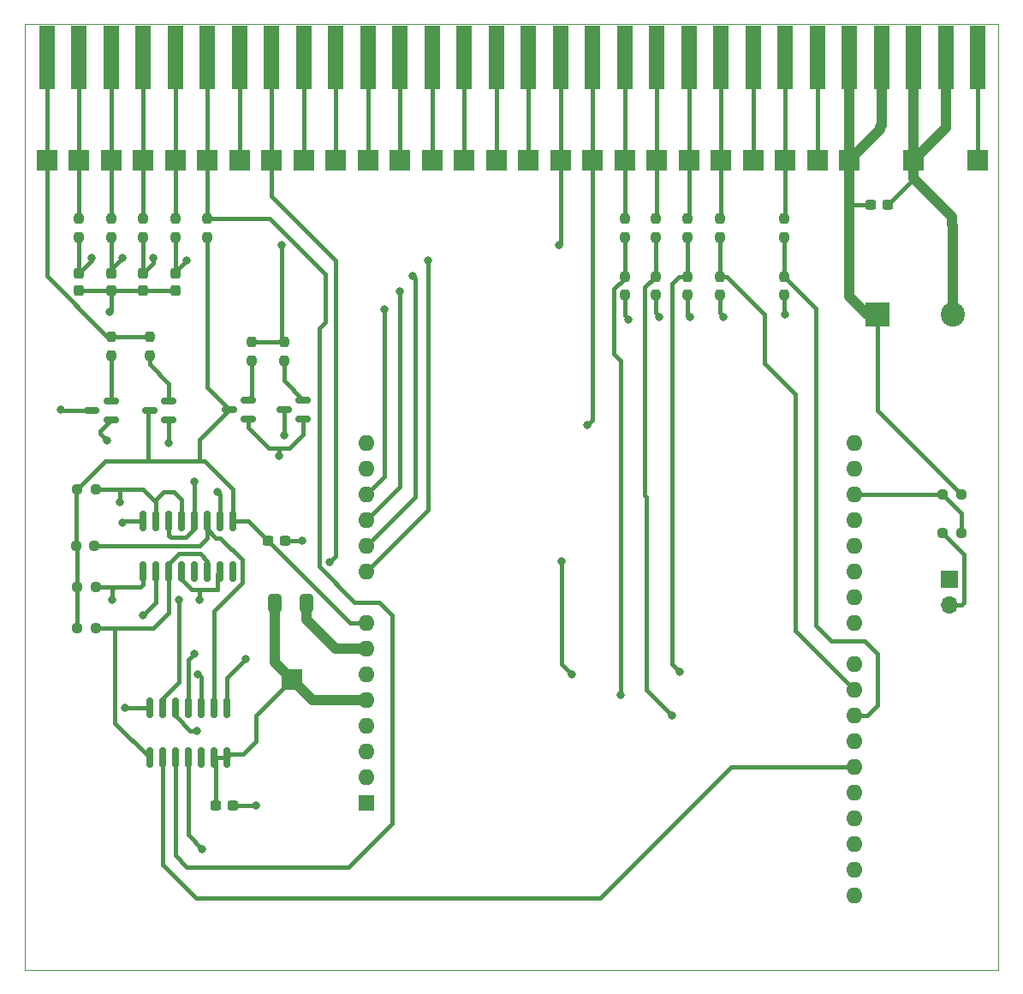
<source format=gbr>
%TF.GenerationSoftware,KiCad,Pcbnew,(7.0.0-0)*%
%TF.CreationDate,2023-07-22T14:03:51-04:00*%
%TF.ProjectId,Rodgers890,526f6467-6572-4733-9839-302e6b696361,rev?*%
%TF.SameCoordinates,Original*%
%TF.FileFunction,Copper,L1,Top*%
%TF.FilePolarity,Positive*%
%FSLAX46Y46*%
G04 Gerber Fmt 4.6, Leading zero omitted, Abs format (unit mm)*
G04 Created by KiCad (PCBNEW (7.0.0-0)) date 2023-07-22 14:03:51*
%MOMM*%
%LPD*%
G01*
G04 APERTURE LIST*
G04 Aperture macros list*
%AMRoundRect*
0 Rectangle with rounded corners*
0 $1 Rounding radius*
0 $2 $3 $4 $5 $6 $7 $8 $9 X,Y pos of 4 corners*
0 Add a 4 corners polygon primitive as box body*
4,1,4,$2,$3,$4,$5,$6,$7,$8,$9,$2,$3,0*
0 Add four circle primitives for the rounded corners*
1,1,$1+$1,$2,$3*
1,1,$1+$1,$4,$5*
1,1,$1+$1,$6,$7*
1,1,$1+$1,$8,$9*
0 Add four rect primitives between the rounded corners*
20,1,$1+$1,$2,$3,$4,$5,0*
20,1,$1+$1,$4,$5,$6,$7,0*
20,1,$1+$1,$6,$7,$8,$9,0*
20,1,$1+$1,$8,$9,$2,$3,0*%
G04 Aperture macros list end*
%TA.AperFunction,ComponentPad*%
%ADD10R,2.000000X2.000000*%
%TD*%
%TA.AperFunction,SMDPad,CuDef*%
%ADD11RoundRect,0.237500X-0.237500X0.250000X-0.237500X-0.250000X0.237500X-0.250000X0.237500X0.250000X0*%
%TD*%
%TA.AperFunction,SMDPad,CuDef*%
%ADD12RoundRect,0.237500X0.237500X-0.250000X0.237500X0.250000X-0.237500X0.250000X-0.237500X-0.250000X0*%
%TD*%
%TA.AperFunction,SMDPad,CuDef*%
%ADD13RoundRect,0.237500X-0.237500X0.300000X-0.237500X-0.300000X0.237500X-0.300000X0.237500X0.300000X0*%
%TD*%
%TA.AperFunction,SMDPad,CuDef*%
%ADD14RoundRect,0.150000X0.587500X0.150000X-0.587500X0.150000X-0.587500X-0.150000X0.587500X-0.150000X0*%
%TD*%
%TA.AperFunction,SMDPad,CuDef*%
%ADD15RoundRect,0.150000X-0.150000X0.825000X-0.150000X-0.825000X0.150000X-0.825000X0.150000X0.825000X0*%
%TD*%
%TA.AperFunction,SMDPad,CuDef*%
%ADD16RoundRect,0.237500X-0.300000X-0.237500X0.300000X-0.237500X0.300000X0.237500X-0.300000X0.237500X0*%
%TD*%
%TA.AperFunction,SMDPad,CuDef*%
%ADD17RoundRect,0.250000X-0.412500X-0.650000X0.412500X-0.650000X0.412500X0.650000X-0.412500X0.650000X0*%
%TD*%
%TA.AperFunction,ConnectorPad*%
%ADD18R,1.600000X6.350000*%
%TD*%
%TA.AperFunction,ComponentPad*%
%ADD19R,1.700000X1.700000*%
%TD*%
%TA.AperFunction,ComponentPad*%
%ADD20O,1.700000X1.700000*%
%TD*%
%TA.AperFunction,SMDPad,CuDef*%
%ADD21RoundRect,0.237500X0.250000X0.237500X-0.250000X0.237500X-0.250000X-0.237500X0.250000X-0.237500X0*%
%TD*%
%TA.AperFunction,ComponentPad*%
%ADD22R,2.400000X2.400000*%
%TD*%
%TA.AperFunction,ComponentPad*%
%ADD23C,2.400000*%
%TD*%
%TA.AperFunction,SMDPad,CuDef*%
%ADD24RoundRect,0.237500X-0.250000X-0.237500X0.250000X-0.237500X0.250000X0.237500X-0.250000X0.237500X0*%
%TD*%
%TA.AperFunction,ComponentPad*%
%ADD25R,1.600000X1.600000*%
%TD*%
%TA.AperFunction,ComponentPad*%
%ADD26O,1.600000X1.600000*%
%TD*%
%TA.AperFunction,ViaPad*%
%ADD27C,0.800000*%
%TD*%
%TA.AperFunction,Conductor*%
%ADD28C,0.400000*%
%TD*%
%TA.AperFunction,Conductor*%
%ADD29C,1.000000*%
%TD*%
%TA.AperFunction,Profile*%
%ADD30C,0.100000*%
%TD*%
G04 APERTURE END LIST*
D10*
%TO.P,TP39,1,1*%
%TO.N,/In0*%
X160654999Y-43179999D03*
%TD*%
D11*
%TO.P,R16,1*%
%TO.N,/OCLK*%
X109855000Y-60645000D03*
%TO.P,R16,2*%
%TO.N,Net-(Q4-E)*%
X109855000Y-62470000D03*
%TD*%
D12*
%TO.P,R9,1*%
%TO.N,GND*%
X166878000Y-56515000D03*
%TO.P,R9,2*%
%TO.N,/In1_cpu*%
X166878000Y-54690000D03*
%TD*%
D10*
%TO.P,TP25,1,1*%
%TO.N,/AD0*%
X116204999Y-43179999D03*
%TD*%
D13*
%TO.P,C4,1*%
%TO.N,/AD3_cpu*%
X106680000Y-54382500D03*
%TO.P,C4,2*%
%TO.N,GND*%
X106680000Y-56107500D03*
%TD*%
D10*
%TO.P,TP26,1,1*%
%TO.N,/S0*%
X119379999Y-43179999D03*
%TD*%
D12*
%TO.P,R20,1*%
%TO.N,/AD0_cpu*%
X116205000Y-50800000D03*
%TO.P,R20,2*%
%TO.N,/AD0*%
X116205000Y-48975000D03*
%TD*%
D14*
%TO.P,Q1,1,B*%
%TO.N,Net-(Q1-B)*%
X123444000Y-68768000D03*
%TO.P,Q1,2,E*%
%TO.N,Net-(Q1-E)*%
X123444000Y-66868000D03*
%TO.P,Q1,3,C*%
%TO.N,+12V*%
X121569000Y-67818000D03*
%TD*%
D10*
%TO.P,TP34,1,1*%
%TO.N,/S3*%
X144779999Y-43179999D03*
%TD*%
D11*
%TO.P,R5,1*%
%TO.N,/In3*%
X170053000Y-48975000D03*
%TO.P,R5,2*%
%TO.N,/In3_cpu*%
X170053000Y-50800000D03*
%TD*%
D10*
%TO.P,TP27,1,1*%
%TO.N,/S6*%
X122554999Y-43179999D03*
%TD*%
D11*
%TO.P,R11,1*%
%TO.N,/ICLK*%
X123795000Y-61153000D03*
%TO.P,R11,2*%
%TO.N,Net-(Q1-E)*%
X123795000Y-62978000D03*
%TD*%
D10*
%TO.P,TP41,1,1*%
%TO.N,/In1*%
X167004999Y-43179999D03*
%TD*%
D11*
%TO.P,R6,1*%
%TO.N,/In4*%
X176403000Y-48975000D03*
%TO.P,R6,2*%
%TO.N,/In4_cpu*%
X176403000Y-50800000D03*
%TD*%
D10*
%TO.P,TP38,1,1*%
%TO.N,/ISTB*%
X157479999Y-43179999D03*
%TD*%
D15*
%TO.P,U2,1,VCC*%
%TO.N,+12V*%
X121920000Y-78870000D03*
%TO.P,U2,2*%
%TO.N,Net-(Q1-B)*%
X120650000Y-78870000D03*
%TO.P,U2,3*%
%TO.N,Net-(R18-Pad1)*%
X119380000Y-78870000D03*
%TO.P,U2,4*%
%TO.N,/ISTB*%
X118110000Y-78870000D03*
%TO.P,U2,5*%
%TO.N,Net-(R13-Pad1)*%
X116840000Y-78870000D03*
%TO.P,U2,6*%
%TO.N,/ISTB*%
X115570000Y-78870000D03*
%TO.P,U2,7*%
%TO.N,Net-(R13-Pad1)*%
X114300000Y-78870000D03*
%TO.P,U2,8,VSS*%
%TO.N,GND*%
X113030000Y-78870000D03*
%TO.P,U2,9*%
%TO.N,Net-(R19-Pad1)*%
X113030000Y-83820000D03*
%TO.P,U2,10*%
%TO.N,Net-(Q3-B)*%
X114300000Y-83820000D03*
%TO.P,U2,11*%
%TO.N,Net-(R17-Pad1)*%
X115570000Y-83820000D03*
%TO.P,U2,12*%
%TO.N,/OSTB*%
X116840000Y-83820000D03*
%TO.P,U2,13*%
%TO.N,N/C*%
X118110000Y-83820000D03*
%TO.P,U2,14*%
%TO.N,Net-(R17-Pad1)*%
X119380000Y-83820000D03*
%TO.P,U2,15*%
%TO.N,/OSTB*%
X120650000Y-83820000D03*
%TO.P,U2,16*%
%TO.N,N/C*%
X121920000Y-83820000D03*
%TD*%
D10*
%TO.P,TP36,1,1*%
%TO.N,/In7*%
X151129999Y-43179999D03*
%TD*%
D12*
%TO.P,R22,1*%
%TO.N,/AD2_cpu*%
X109855000Y-50800000D03*
%TO.P,R22,2*%
%TO.N,/AD2*%
X109855000Y-48975000D03*
%TD*%
D10*
%TO.P,TP37,1,1*%
%TO.N,/ICLK*%
X154304999Y-43179999D03*
%TD*%
D11*
%TO.P,R12,1*%
%TO.N,/ICLK*%
X126970000Y-61153000D03*
%TO.P,R12,2*%
%TO.N,Net-(Q2-E)*%
X126970000Y-62978000D03*
%TD*%
D10*
%TO.P,TP50,1,1*%
%TO.N,/Vchg*%
X195579999Y-43179999D03*
%TD*%
%TO.P,TP28,1,1*%
%TO.N,/OSTB*%
X125729999Y-43179999D03*
%TD*%
D16*
%TO.P,C9,1*%
%TO.N,+12V*%
X125375500Y-80772000D03*
%TO.P,C9,2*%
%TO.N,GND*%
X127100500Y-80772000D03*
%TD*%
D11*
%TO.P,R15,1*%
%TO.N,/OCLK*%
X113665000Y-60645000D03*
%TO.P,R15,2*%
%TO.N,Net-(Q3-E)*%
X113665000Y-62470000D03*
%TD*%
D12*
%TO.P,R14,1*%
%TO.N,GND*%
X176403000Y-56515000D03*
%TO.P,R14,2*%
%TO.N,/In4_cpu*%
X176403000Y-54690000D03*
%TD*%
D10*
%TO.P,TP33,1,1*%
%TO.N,/S2*%
X141604999Y-43179999D03*
%TD*%
D13*
%TO.P,C2,1*%
%TO.N,/AD1_cpu*%
X113030000Y-54382500D03*
%TO.P,C2,2*%
%TO.N,GND*%
X113030000Y-56107500D03*
%TD*%
D10*
%TO.P,TP21,1,1*%
%TO.N,/OCLK*%
X103504999Y-43179999D03*
%TD*%
D12*
%TO.P,R8,1*%
%TO.N,GND*%
X163703000Y-56515000D03*
%TO.P,R8,2*%
%TO.N,/In2_cpu*%
X163703000Y-54690000D03*
%TD*%
D10*
%TO.P,TP30,1,1*%
%TO.N,/S5*%
X132079999Y-43179999D03*
%TD*%
%TO.P,TP31,1,1*%
%TO.N,/S1*%
X135254999Y-43179999D03*
%TD*%
%TO.P,TP46,1,1*%
%TO.N,+12V*%
X182879999Y-43179999D03*
%TD*%
D12*
%TO.P,R7,1*%
%TO.N,GND*%
X160655000Y-56515000D03*
%TO.P,R7,2*%
%TO.N,/In0_cpu*%
X160655000Y-54690000D03*
%TD*%
%TO.P,R23,1*%
%TO.N,/AD3_cpu*%
X106680000Y-50800000D03*
%TO.P,R23,2*%
%TO.N,/AD3*%
X106680000Y-48975000D03*
%TD*%
D13*
%TO.P,C1,1*%
%TO.N,/AD0_cpu*%
X116205000Y-54382500D03*
%TO.P,C1,2*%
%TO.N,GND*%
X116205000Y-56107500D03*
%TD*%
D17*
%TO.P,C7,1*%
%TO.N,+5V*%
X126072500Y-86995000D03*
%TO.P,C7,2*%
%TO.N,GND*%
X129197500Y-86995000D03*
%TD*%
D10*
%TO.P,TP22,1,1*%
%TO.N,/AD3*%
X106679999Y-43179999D03*
%TD*%
%TO.P,TP44,1,1*%
%TO.N,/In4*%
X176529999Y-43179999D03*
%TD*%
D14*
%TO.P,Q4,1,B*%
%TO.N,Net-(Q3-B)*%
X109855000Y-68895000D03*
%TO.P,Q4,2,E*%
%TO.N,Net-(Q4-E)*%
X109855000Y-66995000D03*
%TO.P,Q4,3,C*%
%TO.N,GND*%
X107980000Y-67945000D03*
%TD*%
D12*
%TO.P,R10,1*%
%TO.N,GND*%
X170053000Y-56515000D03*
%TO.P,R10,2*%
%TO.N,/In3_cpu*%
X170053000Y-54690000D03*
%TD*%
D10*
%TO.P,TP29,1,1*%
%TO.N,/S7*%
X128904999Y-43179999D03*
%TD*%
D11*
%TO.P,R4,1*%
%TO.N,/In1*%
X166878000Y-48975000D03*
%TO.P,R4,2*%
%TO.N,/In1_cpu*%
X166878000Y-50800000D03*
%TD*%
D18*
%TO.P,J1,21,Pin_21*%
%TO.N,/OCLK*%
X103504999Y-33019999D03*
%TO.P,J1,22,Pin_22*%
%TO.N,/AD3*%
X106679999Y-33019999D03*
%TO.P,J1,23,Pin_23*%
%TO.N,/AD2*%
X109854999Y-33019999D03*
%TO.P,J1,24,Pin_24*%
%TO.N,/AD1*%
X113029999Y-33019999D03*
%TO.P,J1,25,Pin_25*%
%TO.N,/AD0*%
X116204999Y-33019999D03*
%TO.P,J1,26,Pin_26*%
%TO.N,/S0*%
X119379999Y-33019999D03*
%TO.P,J1,27,Pin_27*%
%TO.N,/S6*%
X122554999Y-33019999D03*
%TO.P,J1,28,Pin_28*%
%TO.N,/OSTB*%
X125729999Y-33019999D03*
%TO.P,J1,29,Pin_29*%
%TO.N,/S7*%
X128904999Y-33019999D03*
%TO.P,J1,30,Pin_30*%
%TO.N,/S5*%
X132079999Y-33019999D03*
%TO.P,J1,31,Pin_31*%
%TO.N,/S1*%
X135254999Y-33019999D03*
%TO.P,J1,32,Pin_32*%
%TO.N,/S4*%
X138429999Y-33019999D03*
%TO.P,J1,33,Pin_33*%
%TO.N,/S2*%
X141604999Y-33019999D03*
%TO.P,J1,34,Pin_34*%
%TO.N,/S3*%
X144779999Y-33019999D03*
%TO.P,J1,35,Pin_35*%
%TO.N,/PwrUD*%
X147954999Y-33019999D03*
%TO.P,J1,36,Pin_36*%
%TO.N,/In7*%
X151129999Y-33019999D03*
%TO.P,J1,37,Pin_37*%
%TO.N,/ICLK*%
X154304999Y-33019999D03*
%TO.P,J1,38,Pin_38*%
%TO.N,/ISTB*%
X157479999Y-33019999D03*
%TO.P,J1,39,Pin_39*%
%TO.N,/In0*%
X160654999Y-33019999D03*
%TO.P,J1,40,Pin_40*%
%TO.N,/In2*%
X163829999Y-33019999D03*
%TO.P,J1,41,Pin_41*%
%TO.N,/In1*%
X167004999Y-33019999D03*
%TO.P,J1,42,Pin_42*%
%TO.N,/In3*%
X170179999Y-33019999D03*
%TO.P,J1,43,Pin_43*%
%TO.N,/In6*%
X173354999Y-33019999D03*
%TO.P,J1,44,Pin_44*%
%TO.N,/In4*%
X176529999Y-33019999D03*
%TO.P,J1,45,Pin_45*%
%TO.N,/In5*%
X179704999Y-33019999D03*
%TO.P,J1,46,Pin_46*%
%TO.N,+12V*%
X182879999Y-33019999D03*
%TO.P,J1,47,Pin_47*%
X186054999Y-33019999D03*
%TO.P,J1,48,Pin_48*%
%TO.N,GND*%
X189229999Y-33019999D03*
%TO.P,J1,49,Pin_49*%
X192404999Y-33019999D03*
%TO.P,J1,50,Pin_50*%
%TO.N,/Vchg*%
X195579999Y-33019999D03*
%TD*%
D14*
%TO.P,Q3,1,B*%
%TO.N,Net-(Q3-B)*%
X115570000Y-68895000D03*
%TO.P,Q3,2,E*%
%TO.N,Net-(Q3-E)*%
X115570000Y-66995000D03*
%TO.P,Q3,3,C*%
%TO.N,+12V*%
X113695000Y-67945000D03*
%TD*%
D19*
%TO.P,J2,1,Pin_1*%
%TO.N,Net-(A1-D3{slash}SCL)*%
X192785999Y-84576999D03*
D20*
%TO.P,J2,2,Pin_2*%
%TO.N,GND*%
X192785999Y-87116999D03*
%TD*%
D10*
%TO.P,TP45,1,1*%
%TO.N,/In5*%
X179704999Y-43179999D03*
%TD*%
%TO.P,TP23,1,1*%
%TO.N,/AD2*%
X109854999Y-43179999D03*
%TD*%
D21*
%TO.P,R13,1*%
%TO.N,Net-(R13-Pad1)*%
X108354500Y-75692000D03*
%TO.P,R13,2*%
%TO.N,+12V*%
X106529500Y-75692000D03*
%TD*%
D22*
%TO.P,C5,1*%
%TO.N,+12V*%
X185656040Y-58419999D03*
D23*
%TO.P,C5,2*%
%TO.N,GND*%
X193156041Y-58420000D03*
%TD*%
D10*
%TO.P,TP40,1,1*%
%TO.N,/In2*%
X163829999Y-43179999D03*
%TD*%
%TO.P,TP24,1,1*%
%TO.N,/AD1*%
X113029999Y-43179999D03*
%TD*%
D21*
%TO.P,R19,1*%
%TO.N,Net-(R19-Pad1)*%
X108354500Y-85344000D03*
%TO.P,R19,2*%
%TO.N,+12V*%
X106529500Y-85344000D03*
%TD*%
D10*
%TO.P,TP35,1,1*%
%TO.N,/PwrUD*%
X147954999Y-43179999D03*
%TD*%
D11*
%TO.P,R1,1*%
%TO.N,/S0*%
X119380000Y-48975000D03*
%TO.P,R1,2*%
%TO.N,+12V*%
X119380000Y-50800000D03*
%TD*%
D10*
%TO.P,TP43,1,1*%
%TO.N,/In6*%
X173354999Y-43179999D03*
%TD*%
%TO.P,TP48,1,1*%
%TO.N,GND*%
X189229999Y-43179999D03*
%TD*%
%TO.P,TP42,1,1*%
%TO.N,/In3*%
X170179999Y-43179999D03*
%TD*%
%TO.P,TP32,1,1*%
%TO.N,/S4*%
X138429999Y-43179999D03*
%TD*%
D21*
%TO.P,R18,1*%
%TO.N,Net-(R18-Pad1)*%
X108227500Y-81280000D03*
%TO.P,R18,2*%
%TO.N,+12V*%
X106402500Y-81280000D03*
%TD*%
%TO.P,R17,1*%
%TO.N,Net-(R17-Pad1)*%
X108354500Y-89408000D03*
%TO.P,R17,2*%
%TO.N,+12V*%
X106529500Y-89408000D03*
%TD*%
D24*
%TO.P,R24,1*%
%TO.N,Net-(A1-D2{slash}SDA)*%
X192127500Y-76230000D03*
%TO.P,R24,2*%
%TO.N,+12V*%
X193952500Y-76230000D03*
%TD*%
D10*
%TO.P,TP1,1,1*%
%TO.N,+5V*%
X127761999Y-94487999D03*
%TD*%
D24*
%TO.P,R25,1*%
%TO.N,GND*%
X192127500Y-80010000D03*
%TO.P,R25,2*%
%TO.N,Net-(A1-D2{slash}SDA)*%
X193952500Y-80010000D03*
%TD*%
D11*
%TO.P,R2,1*%
%TO.N,/In0*%
X160655000Y-48975000D03*
%TO.P,R2,2*%
%TO.N,/In0_cpu*%
X160655000Y-50800000D03*
%TD*%
D12*
%TO.P,R21,1*%
%TO.N,/AD1_cpu*%
X113030000Y-50800000D03*
%TO.P,R21,2*%
%TO.N,/AD1*%
X113030000Y-48975000D03*
%TD*%
D14*
%TO.P,Q2,1,B*%
%TO.N,Net-(Q1-B)*%
X128875000Y-68768000D03*
%TO.P,Q2,2,E*%
%TO.N,Net-(Q2-E)*%
X128875000Y-66868000D03*
%TO.P,Q2,3,C*%
%TO.N,GND*%
X127000000Y-67818000D03*
%TD*%
D11*
%TO.P,R3,1*%
%TO.N,/In2*%
X163703000Y-48975000D03*
%TO.P,R3,2*%
%TO.N,/In2_cpu*%
X163703000Y-50800000D03*
%TD*%
D16*
%TO.P,C6,1*%
%TO.N,+12V*%
X184965000Y-47625000D03*
%TO.P,C6,2*%
%TO.N,GND*%
X186690000Y-47625000D03*
%TD*%
D25*
%TO.P,A1,1,NC*%
%TO.N,unconnected-(A1-NC-Pad1)*%
X135127999Y-106679999D03*
D26*
%TO.P,A1,2,IOREF*%
%TO.N,unconnected-(A1-IOREF-Pad2)*%
X135127999Y-104139999D03*
%TO.P,A1,3,~{RESET}*%
%TO.N,unconnected-(A1-~{RESET}-Pad3)*%
X135127999Y-101599999D03*
%TO.P,A1,4,3V3*%
%TO.N,unconnected-(A1-3V3-Pad4)*%
X135127999Y-99059999D03*
%TO.P,A1,5,+5V*%
%TO.N,+5V*%
X135127999Y-96519999D03*
%TO.P,A1,6,GND*%
%TO.N,GND*%
X135127999Y-93979999D03*
%TO.P,A1,7,GND*%
X135127999Y-91439999D03*
%TO.P,A1,8,VIN*%
%TO.N,+12V*%
X135127999Y-88899999D03*
%TO.P,A1,9,A0*%
%TO.N,/AD0_cpu*%
X135127999Y-83819999D03*
%TO.P,A1,10,A1*%
%TO.N,/AD1_cpu*%
X135127999Y-81279999D03*
%TO.P,A1,11,A2*%
%TO.N,/AD2_cpu*%
X135127999Y-78739999D03*
%TO.P,A1,12,A3*%
%TO.N,/AD3_cpu*%
X135127999Y-76199999D03*
%TO.P,A1,13,A4*%
%TO.N,unconnected-(A1-A4-Pad13)*%
X135127999Y-73659999D03*
%TO.P,A1,14,A5*%
%TO.N,unconnected-(A1-A5-Pad14)*%
X135127999Y-71119999D03*
%TO.P,A1,15,D0/RX*%
%TO.N,unconnected-(A1-D0{slash}RX-Pad15)*%
X183387999Y-71119999D03*
%TO.P,A1,16,D1/TX*%
%TO.N,unconnected-(A1-D1{slash}TX-Pad16)*%
X183387999Y-73659999D03*
%TO.P,A1,17,D2/SDA*%
%TO.N,Net-(A1-D2{slash}SDA)*%
X183387999Y-76199999D03*
%TO.P,A1,18,D3/SCL*%
%TO.N,Net-(A1-D3{slash}SCL)*%
X183387999Y-78739999D03*
%TO.P,A1,19,D4*%
%TO.N,/ICLK_cpu*%
X183387999Y-81279999D03*
%TO.P,A1,20,D5*%
%TO.N,/ISTB_cpu*%
X183387999Y-83819999D03*
%TO.P,A1,21,D6*%
%TO.N,/In0_cpu*%
X183387999Y-86359999D03*
%TO.P,A1,22,D7*%
%TO.N,/In1_cpu*%
X183387999Y-88899999D03*
%TO.P,A1,23,D8*%
%TO.N,/In2_cpu*%
X183387999Y-92959999D03*
%TO.P,A1,24,D9*%
%TO.N,/In3_cpu*%
X183387999Y-95499999D03*
%TO.P,A1,25,D10*%
%TO.N,/In4_cpu*%
X183387999Y-98039999D03*
%TO.P,A1,26,D11*%
%TO.N,/OCLK_cpu*%
X183387999Y-100579999D03*
%TO.P,A1,27,D12*%
%TO.N,/OSTB_cpu*%
X183387999Y-103119999D03*
%TO.P,A1,28,D13*%
%TO.N,/S0_cpu*%
X183387999Y-105659999D03*
%TO.P,A1,29,GND*%
%TO.N,GND*%
X183387999Y-108199999D03*
%TO.P,A1,30,AREF*%
%TO.N,unconnected-(A1-AREF-Pad30)*%
X183387999Y-110739999D03*
%TO.P,A1,31,SDA/D2*%
%TO.N,unconnected-(A1-SDA{slash}D2-Pad31)*%
X183387999Y-113279999D03*
%TO.P,A1,32,SCL/D3*%
%TO.N,unconnected-(A1-SCL{slash}D3-Pad32)*%
X183387999Y-115819999D03*
%TD*%
D13*
%TO.P,C3,1*%
%TO.N,/AD2_cpu*%
X109855000Y-54382500D03*
%TO.P,C3,2*%
%TO.N,GND*%
X109855000Y-56107500D03*
%TD*%
D15*
%TO.P,U1,1*%
%TO.N,/ICLK_cpu*%
X121285000Y-97285000D03*
%TO.P,U1,2*%
%TO.N,Net-(R18-Pad1)*%
X120015000Y-97285000D03*
%TO.P,U1,3*%
%TO.N,/ISTB_cpu*%
X118745000Y-97285000D03*
%TO.P,U1,4*%
%TO.N,Net-(R13-Pad1)*%
X117475000Y-97285000D03*
%TO.P,U1,5*%
%TO.N,/OCLK_cpu*%
X116205000Y-97285000D03*
%TO.P,U1,6*%
%TO.N,Net-(R19-Pad1)*%
X114935000Y-97285000D03*
%TO.P,U1,7,GND*%
%TO.N,GND*%
X113665000Y-97285000D03*
%TO.P,U1,8*%
%TO.N,Net-(R17-Pad1)*%
X113665000Y-102235000D03*
%TO.P,U1,9*%
%TO.N,/OSTB_cpu*%
X114935000Y-102235000D03*
%TO.P,U1,10*%
%TO.N,/S0*%
X116205000Y-102235000D03*
%TO.P,U1,11*%
%TO.N,/S0_cpu*%
X117475000Y-102235000D03*
%TO.P,U1,12*%
%TO.N,unconnected-(U1-Pad12)*%
X118745000Y-102235000D03*
%TO.P,U1,13*%
%TO.N,+5V*%
X120015000Y-102235000D03*
%TO.P,U1,14,VCC*%
X121285000Y-102235000D03*
%TD*%
D16*
%TO.P,C8,1*%
%TO.N,+5V*%
X120195000Y-106934000D03*
%TO.P,C8,2*%
%TO.N,GND*%
X121920000Y-106934000D03*
%TD*%
D27*
%TO.N,GND*%
X110998000Y-78994000D03*
X164084000Y-58674000D03*
X104902000Y-67818000D03*
X161036000Y-58928000D03*
X111252000Y-97282000D03*
X176530000Y-58420000D03*
X109728000Y-58166000D03*
X170434000Y-58674000D03*
X127000000Y-70358000D03*
X124206000Y-106934000D03*
X128778000Y-80772000D03*
X167132000Y-58674000D03*
%TO.N,/AD0_cpu*%
X141224000Y-53086000D03*
X117348000Y-53086000D03*
%TO.N,/AD1_cpu*%
X114046000Y-52832000D03*
X139700000Y-54610000D03*
%TO.N,/AD2_cpu*%
X110998000Y-52832000D03*
X138430000Y-56134000D03*
%TO.N,/AD3_cpu*%
X136906000Y-57912000D03*
X107950000Y-52832000D03*
%TO.N,/ICLK_cpu*%
X123190000Y-92456000D03*
%TO.N,/ISTB_cpu*%
X154432000Y-82804000D03*
X155448000Y-93980000D03*
X118474500Y-93980000D03*
%TO.N,/In0_cpu*%
X160274000Y-96012000D03*
%TO.N,/In1_cpu*%
X166116000Y-93726000D03*
%TO.N,/In2_cpu*%
X165354000Y-98044000D03*
%TO.N,/OCLK_cpu*%
X118364000Y-99568000D03*
%TO.N,/S0_cpu*%
X118872000Y-111252000D03*
%TO.N,/OSTB*%
X131445000Y-82931000D03*
X118618000Y-86614000D03*
%TO.N,/ICLK*%
X154178000Y-51562000D03*
X126746000Y-51562000D03*
%TO.N,/ISTB*%
X156972000Y-69342000D03*
X118110000Y-74930000D03*
%TO.N,Net-(Q1-B)*%
X126492000Y-72390000D03*
X120396000Y-75946000D03*
%TO.N,Net-(Q3-B)*%
X113030000Y-88138000D03*
X115570000Y-71120000D03*
X109474000Y-70866000D03*
%TO.N,Net-(R13-Pad1)*%
X110744000Y-76962000D03*
X118110000Y-91948000D03*
%TO.N,Net-(R19-Pad1)*%
X109982000Y-86614000D03*
X116569500Y-86614000D03*
%TD*%
D28*
%TO.N,GND*%
X113665000Y-97285000D02*
X111255000Y-97285000D01*
X194236000Y-82118500D02*
X194236000Y-86869081D01*
D29*
X193040000Y-49530000D02*
X193156041Y-49646041D01*
D28*
X127000000Y-67818000D02*
X127000000Y-70358000D01*
X109855000Y-58039000D02*
X109728000Y-58166000D01*
X160655000Y-58547000D02*
X161036000Y-58928000D01*
X109855000Y-56107500D02*
X113030000Y-56107500D01*
X176403000Y-56515000D02*
X176403000Y-58293000D01*
X163703000Y-56515000D02*
X163703000Y-58293000D01*
X194236000Y-86869081D02*
X193988081Y-87117000D01*
X189230000Y-45085000D02*
X189230000Y-43180000D01*
X166878000Y-58420000D02*
X167132000Y-58674000D01*
D29*
X193040000Y-48768000D02*
X189230000Y-44958000D01*
D28*
X113030000Y-78870000D02*
X111122000Y-78870000D01*
X170053000Y-58293000D02*
X170434000Y-58674000D01*
X166878000Y-56515000D02*
X166878000Y-58420000D01*
X160655000Y-56515000D02*
X160655000Y-58547000D01*
X111122000Y-78870000D02*
X110998000Y-78994000D01*
X113030000Y-56107500D02*
X116205000Y-56107500D01*
X109855000Y-56107500D02*
X109855000Y-58039000D01*
D29*
X189230000Y-33020000D02*
X189230000Y-43180000D01*
D28*
X193988081Y-87117000D02*
X192786000Y-87117000D01*
D29*
X129197500Y-86995000D02*
X129197500Y-88557500D01*
D28*
X186690000Y-47625000D02*
X189230000Y-45085000D01*
X163703000Y-58293000D02*
X164084000Y-58674000D01*
X105029000Y-67945000D02*
X104902000Y-67818000D01*
D29*
X193156041Y-49646041D02*
X193156041Y-58420000D01*
D28*
X107980000Y-67945000D02*
X105029000Y-67945000D01*
X127100500Y-80772000D02*
X128778000Y-80772000D01*
X111255000Y-97285000D02*
X111252000Y-97282000D01*
D29*
X132080000Y-91440000D02*
X135128000Y-91440000D01*
D28*
X170053000Y-56515000D02*
X170053000Y-58293000D01*
D29*
X193040000Y-48768000D02*
X193040000Y-49530000D01*
X129197500Y-88557500D02*
X132080000Y-91440000D01*
X192405000Y-33020000D02*
X192405000Y-40005000D01*
D28*
X192127500Y-80010000D02*
X194236000Y-82118500D01*
X106680000Y-56107500D02*
X109855000Y-56107500D01*
D29*
X189230000Y-44958000D02*
X189230000Y-43180000D01*
X192405000Y-40005000D02*
X189230000Y-43180000D01*
D28*
X176403000Y-58293000D02*
X176530000Y-58420000D01*
X121920000Y-106934000D02*
X124206000Y-106934000D01*
%TO.N,/AD0_cpu*%
X141224000Y-53086000D02*
X141224000Y-77724000D01*
X141224000Y-77724000D02*
X135128000Y-83820000D01*
X116205000Y-54382500D02*
X116205000Y-54229000D01*
X116205000Y-54229000D02*
X117348000Y-53086000D01*
X116205000Y-50800000D02*
X116205000Y-54382500D01*
%TO.N,/AD1_cpu*%
X113030000Y-50800000D02*
X113030000Y-54382500D01*
X114046000Y-52832000D02*
X114046000Y-53366500D01*
X114046000Y-53366500D02*
X113030000Y-54382500D01*
X139954000Y-76454000D02*
X139954000Y-70358000D01*
X139954000Y-54864000D02*
X139700000Y-54610000D01*
X135128000Y-81280000D02*
X139954000Y-76454000D01*
X139954000Y-70358000D02*
X139954000Y-54864000D01*
%TO.N,/AD2_cpu*%
X109855000Y-54382500D02*
X109855000Y-53975000D01*
X138430000Y-56134000D02*
X138430000Y-75438000D01*
X138430000Y-75438000D02*
X135128000Y-78740000D01*
X109855000Y-53975000D02*
X110998000Y-52832000D01*
X109855000Y-50800000D02*
X109855000Y-54382500D01*
%TO.N,/AD3_cpu*%
X135128000Y-76200000D02*
X136906000Y-74422000D01*
X136906000Y-74422000D02*
X136906000Y-57912000D01*
X107950000Y-52832000D02*
X107950000Y-53112500D01*
X106680000Y-50800000D02*
X106680000Y-54382500D01*
X107950000Y-53112500D02*
X106680000Y-54382500D01*
%TO.N,/ICLK_cpu*%
X121285000Y-97285000D02*
X121285000Y-94361000D01*
X121285000Y-94361000D02*
X123190000Y-92456000D01*
%TO.N,/ISTB_cpu*%
X118745000Y-94250500D02*
X118474500Y-93980000D01*
X118745000Y-97285000D02*
X118745000Y-94250500D01*
X154432000Y-82804000D02*
X154432000Y-92964000D01*
X154432000Y-92964000D02*
X155448000Y-93980000D01*
%TO.N,/In0_cpu*%
X159580000Y-55918096D02*
X159580000Y-62298000D01*
X160274000Y-62992000D02*
X160274000Y-96012000D01*
X160655000Y-50800000D02*
X160655000Y-54690000D01*
X160655000Y-54843096D02*
X159580000Y-55918096D01*
X159580000Y-62298000D02*
X160274000Y-62992000D01*
X160655000Y-54690000D02*
X160655000Y-54843096D01*
%TO.N,/In1_cpu*%
X166878000Y-50800000D02*
X166878000Y-54690000D01*
X166036000Y-54690000D02*
X165354000Y-55372000D01*
X165354000Y-60452000D02*
X165354000Y-92964000D01*
X165354000Y-55372000D02*
X165354000Y-60452000D01*
X165354000Y-92964000D02*
X166116000Y-93726000D01*
X166878000Y-54690000D02*
X166036000Y-54690000D01*
%TO.N,/In2_cpu*%
X162628000Y-55765000D02*
X162628000Y-76268000D01*
X162814000Y-95504000D02*
X165354000Y-98044000D01*
X163703000Y-54690000D02*
X162628000Y-55765000D01*
X162814000Y-76454000D02*
X162814000Y-95504000D01*
X162628000Y-76268000D02*
X162814000Y-76454000D01*
X163703000Y-50800000D02*
X163703000Y-54690000D01*
%TO.N,/In3_cpu*%
X170053000Y-54690000D02*
X170768000Y-54690000D01*
X174498000Y-58420000D02*
X174498000Y-63246000D01*
X179074000Y-91186000D02*
X183388000Y-95500000D01*
X170768000Y-54690000D02*
X174498000Y-58420000D01*
X170053000Y-50800000D02*
X170053000Y-54690000D01*
X177546000Y-89662000D02*
X179070000Y-91186000D01*
X174498000Y-63246000D02*
X177546000Y-66294000D01*
X177546000Y-66294000D02*
X177546000Y-89662000D01*
X179070000Y-91186000D02*
X179074000Y-91186000D01*
%TO.N,/In4_cpu*%
X179578000Y-89154000D02*
X181102000Y-90678000D01*
X185674000Y-97028000D02*
X184662000Y-98040000D01*
X176403000Y-50800000D02*
X176403000Y-54690000D01*
X185674000Y-91948000D02*
X185674000Y-97028000D01*
X184404000Y-90678000D02*
X185674000Y-91948000D01*
X179578000Y-57865000D02*
X179578000Y-89154000D01*
X181102000Y-90678000D02*
X184404000Y-90678000D01*
X176403000Y-54690000D02*
X179578000Y-57865000D01*
X184662000Y-98040000D02*
X183388000Y-98040000D01*
%TO.N,/OCLK_cpu*%
X116205000Y-97285000D02*
X116205000Y-98050660D01*
X116205000Y-98050660D02*
X117722340Y-99568000D01*
X117722340Y-99568000D02*
X118364000Y-99568000D01*
%TO.N,/OSTB_cpu*%
X114935000Y-112764370D02*
X114935000Y-102235000D01*
X171200000Y-103120000D02*
X183388000Y-103120000D01*
X118248630Y-116078000D02*
X158242000Y-116078000D01*
X158242000Y-116078000D02*
X171200000Y-103120000D01*
X114935000Y-112764370D02*
X118248630Y-116078000D01*
%TO.N,/S0_cpu*%
X117475000Y-109855000D02*
X117475000Y-102235000D01*
X118872000Y-111252000D02*
X117475000Y-109855000D01*
%TO.N,/OCLK*%
X103505000Y-54654404D02*
X103505000Y-43180000D01*
X109855000Y-60645000D02*
X109495596Y-60645000D01*
X109495596Y-60645000D02*
X103505000Y-54654404D01*
X109855000Y-60645000D02*
X113665000Y-60645000D01*
X103505000Y-43180000D02*
X103505000Y-33020000D01*
%TO.N,/AD3*%
X106680000Y-48975000D02*
X106680000Y-43180000D01*
X106680000Y-43180000D02*
X106680000Y-33020000D01*
%TO.N,/AD2*%
X109855000Y-48975000D02*
X109855000Y-43180000D01*
X109855000Y-43180000D02*
X109855000Y-33020000D01*
%TO.N,/AD1*%
X113030000Y-48975000D02*
X113030000Y-43180000D01*
X113030000Y-43180000D02*
X113030000Y-33020000D01*
%TO.N,/AD0*%
X116205000Y-43180000D02*
X116205000Y-33020000D01*
X116205000Y-48975000D02*
X116205000Y-43180000D01*
%TO.N,/S0*%
X131064000Y-54465786D02*
X131064000Y-59182000D01*
X130445000Y-83345214D02*
X133967786Y-86868000D01*
X130445000Y-59801000D02*
X130445000Y-83345214D01*
X137668000Y-88138000D02*
X137668000Y-108712000D01*
X131064000Y-59182000D02*
X130445000Y-59801000D01*
X117332000Y-113014000D02*
X116205000Y-111887000D01*
X125573214Y-48975000D02*
X131064000Y-54465786D01*
X119380000Y-48975000D02*
X119380000Y-43180000D01*
X137668000Y-108712000D02*
X133366000Y-113014000D01*
X133967786Y-86868000D02*
X136398000Y-86868000D01*
X119380000Y-43180000D02*
X119380000Y-33020000D01*
X133366000Y-113014000D02*
X117332000Y-113014000D01*
X136398000Y-86868000D02*
X137668000Y-88138000D01*
X116205000Y-111887000D02*
X116205000Y-102235000D01*
X119380000Y-48975000D02*
X125573214Y-48975000D01*
%TO.N,/S6*%
X122555000Y-43180000D02*
X122555000Y-33020000D01*
%TO.N,/OSTB*%
X120396000Y-85598000D02*
X120396000Y-84074000D01*
X116840000Y-83820000D02*
X116840000Y-84585660D01*
X125730000Y-43180000D02*
X125730000Y-33020000D01*
X118618000Y-85598000D02*
X118618000Y-86614000D01*
X132080000Y-53086000D02*
X125730000Y-46736000D01*
X125730000Y-46736000D02*
X125730000Y-43180000D01*
X118618000Y-85598000D02*
X120396000Y-85598000D01*
X117852340Y-85598000D02*
X118618000Y-85598000D01*
X132080000Y-82296000D02*
X132080000Y-53086000D01*
X131445000Y-82931000D02*
X132080000Y-82296000D01*
X120396000Y-84074000D02*
X120650000Y-83820000D01*
X116840000Y-84585660D02*
X117852340Y-85598000D01*
%TO.N,/S7*%
X128905000Y-43180000D02*
X128905000Y-33020000D01*
%TO.N,/S5*%
X132080000Y-43180000D02*
X132080000Y-33020000D01*
%TO.N,/S1*%
X135255000Y-43180000D02*
X135255000Y-33020000D01*
%TO.N,/S4*%
X138430000Y-43180000D02*
X138430000Y-33020000D01*
%TO.N,/S2*%
X141605000Y-43180000D02*
X141605000Y-33020000D01*
%TO.N,/S3*%
X144780000Y-43180000D02*
X144780000Y-33020000D01*
%TO.N,/PwrUD*%
X147955000Y-43180000D02*
X147955000Y-33020000D01*
%TO.N,/In7*%
X151130000Y-43180000D02*
X151130000Y-33020000D01*
%TO.N,/ICLK*%
X154305000Y-51435000D02*
X154305000Y-43180000D01*
X123795000Y-61153000D02*
X126970000Y-61153000D01*
X154305000Y-43180000D02*
X154305000Y-33020000D01*
X154178000Y-51562000D02*
X154305000Y-51435000D01*
X126746000Y-60929000D02*
X126746000Y-51562000D01*
X126970000Y-61153000D02*
X126746000Y-60929000D01*
%TO.N,/ISTB*%
X118110000Y-79635660D02*
X118110000Y-78870000D01*
X115570000Y-80264000D02*
X115786000Y-80480000D01*
X115786000Y-80480000D02*
X117265660Y-80480000D01*
X157480000Y-43180000D02*
X157480000Y-33020000D01*
X156972000Y-69342000D02*
X157480000Y-68834000D01*
X157480000Y-68834000D02*
X157480000Y-43180000D01*
X118110000Y-78870000D02*
X118110000Y-74930000D01*
X115570000Y-78870000D02*
X115570000Y-80264000D01*
X117265660Y-80480000D02*
X118110000Y-79635660D01*
%TO.N,/In0*%
X160655000Y-48975000D02*
X160655000Y-43180000D01*
X160655000Y-43180000D02*
X160655000Y-33020000D01*
%TO.N,/In2*%
X163830000Y-48848000D02*
X163830000Y-43180000D01*
X163703000Y-48975000D02*
X163830000Y-48848000D01*
X163830000Y-43180000D02*
X163830000Y-33020000D01*
%TO.N,/In1*%
X166878000Y-48975000D02*
X167005000Y-48848000D01*
X167005000Y-48848000D02*
X167005000Y-43180000D01*
X167005000Y-43180000D02*
X167005000Y-33020000D01*
%TO.N,/In3*%
X170180000Y-43180000D02*
X170180000Y-33020000D01*
X170180000Y-48848000D02*
X170180000Y-43180000D01*
X170053000Y-48975000D02*
X170180000Y-48848000D01*
%TO.N,/In6*%
X173355000Y-43180000D02*
X173355000Y-33020000D01*
%TO.N,/In4*%
X176530000Y-43180000D02*
X176530000Y-33020000D01*
X176403000Y-48975000D02*
X176530000Y-48848000D01*
X176530000Y-48848000D02*
X176530000Y-43180000D01*
%TO.N,/In5*%
X179705000Y-43180000D02*
X179705000Y-33020000D01*
%TO.N,/Vchg*%
X195580000Y-43180000D02*
X195580000Y-33020000D01*
%TO.N,Net-(Q1-B)*%
X126492000Y-71628000D02*
X125476000Y-71628000D01*
X125476000Y-71628000D02*
X123444000Y-69596000D01*
X120650000Y-76200000D02*
X120396000Y-75946000D01*
X128875000Y-68768000D02*
X128875000Y-70261000D01*
X123444000Y-69596000D02*
X123444000Y-68768000D01*
X128875000Y-70261000D02*
X127508000Y-71628000D01*
X120650000Y-78870000D02*
X120650000Y-76200000D01*
X127508000Y-71628000D02*
X126492000Y-71628000D01*
X126492000Y-72390000D02*
X126492000Y-71628000D01*
%TO.N,Net-(Q1-E)*%
X123795000Y-66517000D02*
X123444000Y-66868000D01*
X123795000Y-62978000D02*
X123795000Y-66517000D01*
%TO.N,Net-(Q2-E)*%
X126970000Y-62978000D02*
X126970000Y-64963000D01*
X126970000Y-64963000D02*
X128875000Y-66868000D01*
%TO.N,Net-(Q3-B)*%
X114300000Y-86868000D02*
X113030000Y-88138000D01*
X108806000Y-70198000D02*
X108806000Y-69944000D01*
X108806000Y-69944000D02*
X109855000Y-68895000D01*
X114300000Y-83820000D02*
X114300000Y-86868000D01*
X115570000Y-68895000D02*
X115570000Y-71120000D01*
X109474000Y-70866000D02*
X108806000Y-70198000D01*
%TO.N,Net-(Q3-E)*%
X113665000Y-63373000D02*
X115570000Y-65278000D01*
X113665000Y-62470000D02*
X113665000Y-63373000D01*
X115570000Y-65278000D02*
X115570000Y-66995000D01*
%TO.N,Net-(Q4-E)*%
X109855000Y-66995000D02*
X109855000Y-62470000D01*
%TO.N,Net-(R13-Pad1)*%
X110744000Y-76962000D02*
X110744000Y-75692000D01*
X113030000Y-75692000D02*
X114300000Y-76962000D01*
X114300000Y-76962000D02*
X114300000Y-78870000D01*
X110744000Y-75692000D02*
X113030000Y-75692000D01*
X117475000Y-92583000D02*
X118110000Y-91948000D01*
X116078000Y-75946000D02*
X116840000Y-76708000D01*
X108354500Y-75692000D02*
X110744000Y-75692000D01*
X114300000Y-78870000D02*
X114300000Y-76708000D01*
X117475000Y-97285000D02*
X117475000Y-92583000D01*
X115062000Y-75946000D02*
X116078000Y-75946000D01*
X116840000Y-76708000D02*
X116840000Y-78870000D01*
X114300000Y-76708000D02*
X115062000Y-75946000D01*
%TO.N,Net-(R17-Pad1)*%
X118656000Y-82080000D02*
X119380000Y-82804000D01*
X115570000Y-83820000D02*
X115570000Y-83054340D01*
X115570000Y-83054340D02*
X116544340Y-82080000D01*
X114046000Y-89408000D02*
X115570000Y-87884000D01*
X110236000Y-98806000D02*
X110236000Y-89408000D01*
X113665000Y-102235000D02*
X110236000Y-98806000D01*
X115570000Y-87884000D02*
X115570000Y-83820000D01*
X110236000Y-89408000D02*
X114046000Y-89408000D01*
X108354500Y-89408000D02*
X110236000Y-89408000D01*
X116544340Y-82080000D02*
X118656000Y-82080000D01*
X119380000Y-82804000D02*
X119380000Y-83820000D01*
%TO.N,Net-(R18-Pad1)*%
X122820000Y-82684340D02*
X120653660Y-80518000D01*
X120015000Y-97285000D02*
X120015000Y-87760660D01*
X119380000Y-79635660D02*
X119380000Y-78870000D01*
X108227500Y-81280000D02*
X118618000Y-81280000D01*
X119380000Y-80518000D02*
X119380000Y-78870000D01*
X120015000Y-87760660D02*
X122820000Y-84955660D01*
X120262340Y-80518000D02*
X119380000Y-79635660D01*
X118618000Y-81280000D02*
X119380000Y-80518000D01*
X120653660Y-80518000D02*
X120262340Y-80518000D01*
X122820000Y-84955660D02*
X122820000Y-82684340D01*
%TO.N,Net-(R19-Pad1)*%
X116569500Y-94758500D02*
X116569500Y-86614000D01*
X108354500Y-85344000D02*
X110236000Y-85344000D01*
X109982000Y-86614000D02*
X109982000Y-85598000D01*
X109982000Y-85598000D02*
X110236000Y-85344000D01*
X110236000Y-85344000D02*
X112776000Y-85344000D01*
X114935000Y-97285000D02*
X114935000Y-96393000D01*
X113030000Y-85090000D02*
X113030000Y-83820000D01*
X114935000Y-96393000D02*
X116569500Y-94758500D01*
X112776000Y-85344000D02*
X113030000Y-85090000D01*
%TO.N,+5V*%
X120195000Y-102415000D02*
X120015000Y-102235000D01*
D29*
X135128000Y-96520000D02*
X129794000Y-96520000D01*
D28*
X127762000Y-94488000D02*
X124206000Y-98044000D01*
D29*
X126072500Y-92798500D02*
X127762000Y-94488000D01*
D28*
X124206000Y-100584000D02*
X122936000Y-101854000D01*
X121666000Y-101854000D02*
X121285000Y-102235000D01*
X121285000Y-102235000D02*
X120015000Y-102235000D01*
X124206000Y-98044000D02*
X124206000Y-100584000D01*
X120195000Y-106934000D02*
X120195000Y-102415000D01*
X122936000Y-101854000D02*
X121666000Y-101854000D01*
D29*
X126072500Y-86995000D02*
X126072500Y-92798500D01*
X129794000Y-96520000D02*
X127762000Y-94488000D01*
D28*
%TO.N,+12V*%
X106402500Y-80748500D02*
X106426000Y-80725000D01*
D29*
X182880000Y-47498000D02*
X182880000Y-56642000D01*
D28*
X121920000Y-75692000D02*
X119126000Y-72898000D01*
D29*
X184658000Y-58420000D02*
X185656041Y-58420000D01*
D28*
X113538000Y-72898000D02*
X113538000Y-68102000D01*
X106529500Y-81407000D02*
X106402500Y-81280000D01*
X119126000Y-72898000D02*
X118618000Y-72898000D01*
X118618000Y-72898000D02*
X113538000Y-72898000D01*
X121569000Y-67818000D02*
X118618000Y-70769000D01*
X121920000Y-78870000D02*
X123473500Y-78870000D01*
D29*
X182880000Y-43180000D02*
X182880000Y-33020000D01*
D28*
X184965000Y-47625000D02*
X183007000Y-47625000D01*
X119380000Y-65629000D02*
X119380000Y-50800000D01*
X106402500Y-81280000D02*
X106402500Y-80748500D01*
X106529500Y-75692000D02*
X109323500Y-72898000D01*
X193952500Y-76230000D02*
X185656041Y-67933541D01*
X123473500Y-78870000D02*
X125375500Y-80772000D01*
D29*
X185928000Y-39878000D02*
X186055000Y-39751000D01*
D28*
X106426000Y-75795500D02*
X106529500Y-75692000D01*
X135128000Y-88900000D02*
X133503500Y-88900000D01*
X133503500Y-88900000D02*
X125375500Y-80772000D01*
X121920000Y-78870000D02*
X121920000Y-75692000D01*
X183007000Y-47625000D02*
X182880000Y-47498000D01*
D29*
X182880000Y-43180000D02*
X185928000Y-40132000D01*
D28*
X106529500Y-89408000D02*
X106529500Y-85344000D01*
D29*
X182880000Y-56642000D02*
X184658000Y-58420000D01*
X182880000Y-43180000D02*
X182880000Y-47498000D01*
D28*
X113538000Y-68102000D02*
X113695000Y-67945000D01*
X121569000Y-67818000D02*
X119380000Y-65629000D01*
X185656041Y-67933541D02*
X185656041Y-58420000D01*
X109323500Y-72898000D02*
X113538000Y-72898000D01*
X118618000Y-70769000D02*
X118618000Y-72898000D01*
D29*
X186055000Y-39751000D02*
X186055000Y-33020000D01*
D28*
X106426000Y-80725000D02*
X106426000Y-75795500D01*
D29*
X185928000Y-40132000D02*
X185928000Y-39878000D01*
D28*
X106529500Y-85344000D02*
X106529500Y-81407000D01*
%TO.N,Net-(A1-D2{slash}SDA)*%
X193952500Y-78055000D02*
X192127500Y-76230000D01*
X193952500Y-80010000D02*
X193952500Y-78055000D01*
X192097500Y-76200000D02*
X183388000Y-76200000D01*
X192127500Y-76230000D02*
X192097500Y-76200000D01*
%TD*%
D30*
X101346000Y-29718000D02*
X197612000Y-29718000D01*
X197612000Y-29718000D02*
X197612000Y-123190000D01*
X197612000Y-123190000D02*
X101346000Y-123190000D01*
X101346000Y-123190000D02*
X101346000Y-29718000D01*
M02*

</source>
